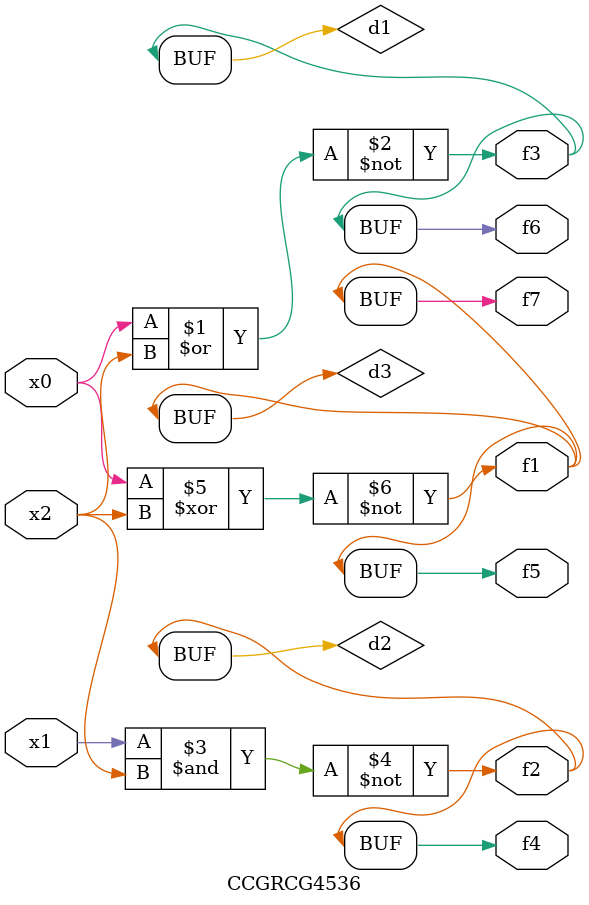
<source format=v>
module CCGRCG4536(
	input x0, x1, x2,
	output f1, f2, f3, f4, f5, f6, f7
);

	wire d1, d2, d3;

	nor (d1, x0, x2);
	nand (d2, x1, x2);
	xnor (d3, x0, x2);
	assign f1 = d3;
	assign f2 = d2;
	assign f3 = d1;
	assign f4 = d2;
	assign f5 = d3;
	assign f6 = d1;
	assign f7 = d3;
endmodule

</source>
